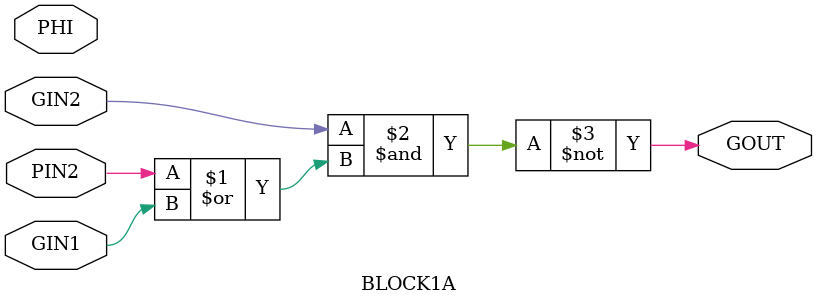
<source format=v>
module BLOCK1A ( PIN2, GIN1, GIN2, PHI, GOUT );
input  PIN2;
input  GIN1;
input  GIN2;
input  PHI;
output GOUT;
   assign GOUT =  ~ (GIN2 & (PIN2 | GIN1));
endmodule
</source>
